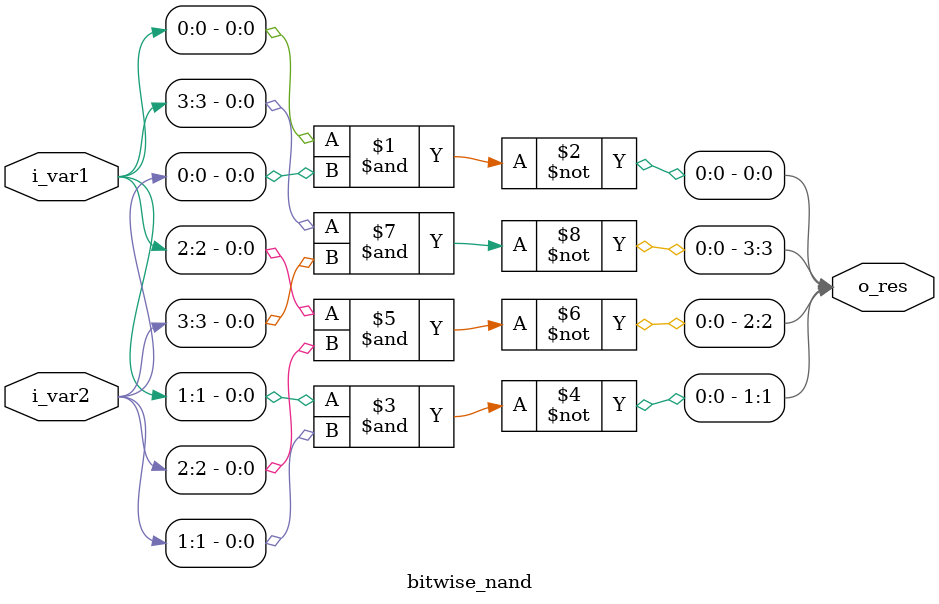
<source format=v>
`timescale 1ns/1ps

module bitwise_nand( i_var1, i_var2, o_res);

parameter WIDTH = 4;

input  [WIDTH-1:0] i_var1,i_var2;
output [WIDTH-1:0] o_res;

genvar i;

generate
	for( i = 0 ; i < WIDTH ; i = i + 1 )begin:NAND
		nand  nand_inst (o_res[i], i_var1[i],i_var2[i]);
	end
endgenerate
endmodule

</source>
